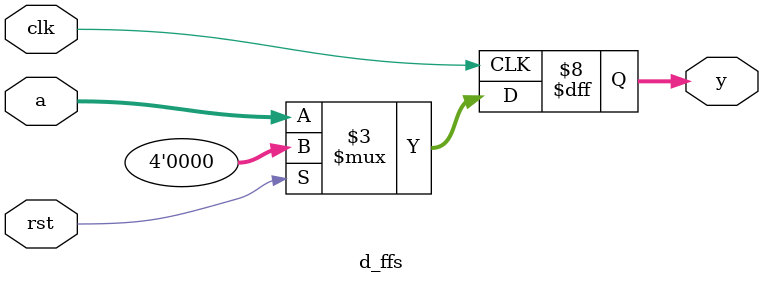
<source format=v>
module d_ffs(clk,rst,a,y);

input clk,rst;
input [3:0] a;
output reg [3:0] y;

reg [3:0] n1;
//wire n2;

//assign n2 = n1&b;
//Before introducing NBA
always@(posedge clk) begin 
	if(rst) begin 
		n1 = 0;
		y  = 0;
	end else begin 
		n1 = a;
		y  = n1;
	end
end
endmodule 

</source>
